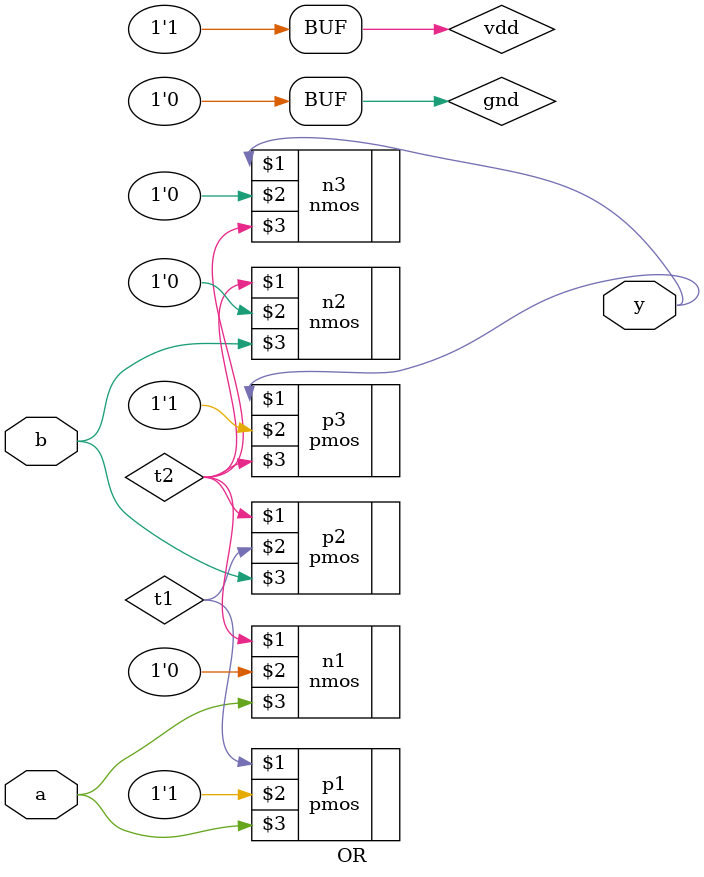
<source format=v>
module OR(input a,b,
          output y);
  supply1 vdd;
  supply0 gnd;
  wire t1;
  wire t2;
  pmos p1(t1,vdd,a);
  pmos p2(t2,t1,b);
  nmos n1(t2,gnd,a);
  nmos n2(t2,gnd,b);
  pmos p3(y,vdd,t2);
  nmos n3(y,gnd,t2);
endmodule


</source>
